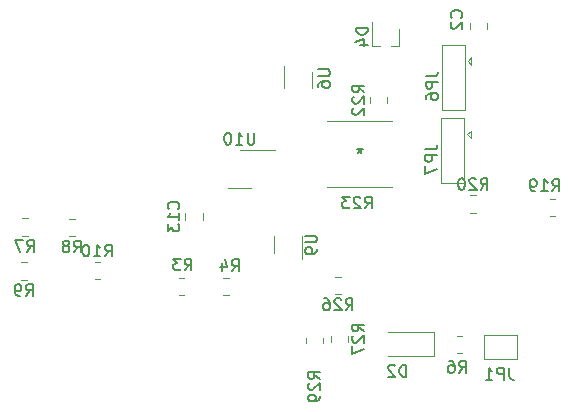
<source format=gbr>
%TF.GenerationSoftware,KiCad,Pcbnew,6.0.11-2627ca5db0~126~ubuntu22.04.1*%
%TF.CreationDate,2023-03-03T15:37:04-05:00*%
%TF.ProjectId,lin-fan-control,6c696e2d-6661-46e2-9d63-6f6e74726f6c,1.0*%
%TF.SameCoordinates,Original*%
%TF.FileFunction,Legend,Bot*%
%TF.FilePolarity,Positive*%
%FSLAX46Y46*%
G04 Gerber Fmt 4.6, Leading zero omitted, Abs format (unit mm)*
G04 Created by KiCad (PCBNEW 6.0.11-2627ca5db0~126~ubuntu22.04.1) date 2023-03-03 15:37:04*
%MOMM*%
%LPD*%
G01*
G04 APERTURE LIST*
%ADD10C,0.150000*%
%ADD11C,0.120000*%
G04 APERTURE END LIST*
D10*
%TO.C,R6*%
X220146666Y-97062380D02*
X220480000Y-96586190D01*
X220718095Y-97062380D02*
X220718095Y-96062380D01*
X220337142Y-96062380D01*
X220241904Y-96110000D01*
X220194285Y-96157619D01*
X220146666Y-96252857D01*
X220146666Y-96395714D01*
X220194285Y-96490952D01*
X220241904Y-96538571D01*
X220337142Y-96586190D01*
X220718095Y-96586190D01*
X219289523Y-96062380D02*
X219480000Y-96062380D01*
X219575238Y-96110000D01*
X219622857Y-96157619D01*
X219718095Y-96300476D01*
X219765714Y-96490952D01*
X219765714Y-96871904D01*
X219718095Y-96967142D01*
X219670476Y-97014761D01*
X219575238Y-97062380D01*
X219384761Y-97062380D01*
X219289523Y-97014761D01*
X219241904Y-96967142D01*
X219194285Y-96871904D01*
X219194285Y-96633809D01*
X219241904Y-96538571D01*
X219289523Y-96490952D01*
X219384761Y-96443333D01*
X219575238Y-96443333D01*
X219670476Y-96490952D01*
X219718095Y-96538571D01*
X219765714Y-96633809D01*
%TO.C,JP1*%
X224403333Y-96642380D02*
X224403333Y-97356666D01*
X224450952Y-97499523D01*
X224546190Y-97594761D01*
X224689047Y-97642380D01*
X224784285Y-97642380D01*
X223927142Y-97642380D02*
X223927142Y-96642380D01*
X223546190Y-96642380D01*
X223450952Y-96690000D01*
X223403333Y-96737619D01*
X223355714Y-96832857D01*
X223355714Y-96975714D01*
X223403333Y-97070952D01*
X223450952Y-97118571D01*
X223546190Y-97166190D01*
X223927142Y-97166190D01*
X222403333Y-97642380D02*
X222974761Y-97642380D01*
X222689047Y-97642380D02*
X222689047Y-96642380D01*
X222784285Y-96785238D01*
X222879523Y-96880476D01*
X222974761Y-96928095D01*
%TO.C,D2*%
X215668095Y-97402380D02*
X215668095Y-96402380D01*
X215430000Y-96402380D01*
X215287142Y-96450000D01*
X215191904Y-96545238D01*
X215144285Y-96640476D01*
X215096666Y-96830952D01*
X215096666Y-96973809D01*
X215144285Y-97164285D01*
X215191904Y-97259523D01*
X215287142Y-97354761D01*
X215430000Y-97402380D01*
X215668095Y-97402380D01*
X214715714Y-96497619D02*
X214668095Y-96450000D01*
X214572857Y-96402380D01*
X214334761Y-96402380D01*
X214239523Y-96450000D01*
X214191904Y-96497619D01*
X214144285Y-96592857D01*
X214144285Y-96688095D01*
X214191904Y-96830952D01*
X214763333Y-97402380D01*
X214144285Y-97402380D01*
%TO.C,R26*%
X210542857Y-91777380D02*
X210876190Y-91301190D01*
X211114285Y-91777380D02*
X211114285Y-90777380D01*
X210733333Y-90777380D01*
X210638095Y-90825000D01*
X210590476Y-90872619D01*
X210542857Y-90967857D01*
X210542857Y-91110714D01*
X210590476Y-91205952D01*
X210638095Y-91253571D01*
X210733333Y-91301190D01*
X211114285Y-91301190D01*
X210161904Y-90872619D02*
X210114285Y-90825000D01*
X210019047Y-90777380D01*
X209780952Y-90777380D01*
X209685714Y-90825000D01*
X209638095Y-90872619D01*
X209590476Y-90967857D01*
X209590476Y-91063095D01*
X209638095Y-91205952D01*
X210209523Y-91777380D01*
X209590476Y-91777380D01*
X208733333Y-90777380D02*
X208923809Y-90777380D01*
X209019047Y-90825000D01*
X209066666Y-90872619D01*
X209161904Y-91015476D01*
X209209523Y-91205952D01*
X209209523Y-91586904D01*
X209161904Y-91682142D01*
X209114285Y-91729761D01*
X209019047Y-91777380D01*
X208828571Y-91777380D01*
X208733333Y-91729761D01*
X208685714Y-91682142D01*
X208638095Y-91586904D01*
X208638095Y-91348809D01*
X208685714Y-91253571D01*
X208733333Y-91205952D01*
X208828571Y-91158333D01*
X209019047Y-91158333D01*
X209114285Y-91205952D01*
X209161904Y-91253571D01*
X209209523Y-91348809D01*
%TO.C,U9*%
X207102380Y-85458095D02*
X207911904Y-85458095D01*
X208007142Y-85505714D01*
X208054761Y-85553333D01*
X208102380Y-85648571D01*
X208102380Y-85839047D01*
X208054761Y-85934285D01*
X208007142Y-85981904D01*
X207911904Y-86029523D01*
X207102380Y-86029523D01*
X208102380Y-86553333D02*
X208102380Y-86743809D01*
X208054761Y-86839047D01*
X208007142Y-86886666D01*
X207864285Y-86981904D01*
X207673809Y-87029523D01*
X207292857Y-87029523D01*
X207197619Y-86981904D01*
X207150000Y-86934285D01*
X207102380Y-86839047D01*
X207102380Y-86648571D01*
X207150000Y-86553333D01*
X207197619Y-86505714D01*
X207292857Y-86458095D01*
X207530952Y-86458095D01*
X207626190Y-86505714D01*
X207673809Y-86553333D01*
X207721428Y-86648571D01*
X207721428Y-86839047D01*
X207673809Y-86934285D01*
X207626190Y-86981904D01*
X207530952Y-87029523D01*
%TO.C,D4*%
X212427380Y-67861904D02*
X211427380Y-67861904D01*
X211427380Y-68100000D01*
X211475000Y-68242857D01*
X211570238Y-68338095D01*
X211665476Y-68385714D01*
X211855952Y-68433333D01*
X211998809Y-68433333D01*
X212189285Y-68385714D01*
X212284523Y-68338095D01*
X212379761Y-68242857D01*
X212427380Y-68100000D01*
X212427380Y-67861904D01*
X211760714Y-69290476D02*
X212427380Y-69290476D01*
X211379761Y-69052380D02*
X212094047Y-68814285D01*
X212094047Y-69433333D01*
%TO.C,JP7*%
X217302380Y-78166666D02*
X218016666Y-78166666D01*
X218159523Y-78119047D01*
X218254761Y-78023809D01*
X218302380Y-77880952D01*
X218302380Y-77785714D01*
X218302380Y-78642857D02*
X217302380Y-78642857D01*
X217302380Y-79023809D01*
X217350000Y-79119047D01*
X217397619Y-79166666D01*
X217492857Y-79214285D01*
X217635714Y-79214285D01*
X217730952Y-79166666D01*
X217778571Y-79119047D01*
X217826190Y-79023809D01*
X217826190Y-78642857D01*
X217302380Y-79547619D02*
X217302380Y-80214285D01*
X218302380Y-79785714D01*
%TO.C,R3*%
X196916666Y-88402380D02*
X197250000Y-87926190D01*
X197488095Y-88402380D02*
X197488095Y-87402380D01*
X197107142Y-87402380D01*
X197011904Y-87450000D01*
X196964285Y-87497619D01*
X196916666Y-87592857D01*
X196916666Y-87735714D01*
X196964285Y-87830952D01*
X197011904Y-87878571D01*
X197107142Y-87926190D01*
X197488095Y-87926190D01*
X196583333Y-87402380D02*
X195964285Y-87402380D01*
X196297619Y-87783333D01*
X196154761Y-87783333D01*
X196059523Y-87830952D01*
X196011904Y-87878571D01*
X195964285Y-87973809D01*
X195964285Y-88211904D01*
X196011904Y-88307142D01*
X196059523Y-88354761D01*
X196154761Y-88402380D01*
X196440476Y-88402380D01*
X196535714Y-88354761D01*
X196583333Y-88307142D01*
%TO.C,R7*%
X183566666Y-86827380D02*
X183900000Y-86351190D01*
X184138095Y-86827380D02*
X184138095Y-85827380D01*
X183757142Y-85827380D01*
X183661904Y-85875000D01*
X183614285Y-85922619D01*
X183566666Y-86017857D01*
X183566666Y-86160714D01*
X183614285Y-86255952D01*
X183661904Y-86303571D01*
X183757142Y-86351190D01*
X184138095Y-86351190D01*
X183233333Y-85827380D02*
X182566666Y-85827380D01*
X182995238Y-86827380D01*
%TO.C,R4*%
X200916666Y-88477380D02*
X201250000Y-88001190D01*
X201488095Y-88477380D02*
X201488095Y-87477380D01*
X201107142Y-87477380D01*
X201011904Y-87525000D01*
X200964285Y-87572619D01*
X200916666Y-87667857D01*
X200916666Y-87810714D01*
X200964285Y-87905952D01*
X201011904Y-87953571D01*
X201107142Y-88001190D01*
X201488095Y-88001190D01*
X200059523Y-87810714D02*
X200059523Y-88477380D01*
X200297619Y-87429761D02*
X200535714Y-88144047D01*
X199916666Y-88144047D01*
%TO.C,R20*%
X221967857Y-81577380D02*
X222301190Y-81101190D01*
X222539285Y-81577380D02*
X222539285Y-80577380D01*
X222158333Y-80577380D01*
X222063095Y-80625000D01*
X222015476Y-80672619D01*
X221967857Y-80767857D01*
X221967857Y-80910714D01*
X222015476Y-81005952D01*
X222063095Y-81053571D01*
X222158333Y-81101190D01*
X222539285Y-81101190D01*
X221586904Y-80672619D02*
X221539285Y-80625000D01*
X221444047Y-80577380D01*
X221205952Y-80577380D01*
X221110714Y-80625000D01*
X221063095Y-80672619D01*
X221015476Y-80767857D01*
X221015476Y-80863095D01*
X221063095Y-81005952D01*
X221634523Y-81577380D01*
X221015476Y-81577380D01*
X220396428Y-80577380D02*
X220301190Y-80577380D01*
X220205952Y-80625000D01*
X220158333Y-80672619D01*
X220110714Y-80767857D01*
X220063095Y-80958333D01*
X220063095Y-81196428D01*
X220110714Y-81386904D01*
X220158333Y-81482142D01*
X220205952Y-81529761D01*
X220301190Y-81577380D01*
X220396428Y-81577380D01*
X220491666Y-81529761D01*
X220539285Y-81482142D01*
X220586904Y-81386904D01*
X220634523Y-81196428D01*
X220634523Y-80958333D01*
X220586904Y-80767857D01*
X220539285Y-80672619D01*
X220491666Y-80625000D01*
X220396428Y-80577380D01*
%TO.C,C2*%
X220332142Y-67008333D02*
X220379761Y-66960714D01*
X220427380Y-66817857D01*
X220427380Y-66722619D01*
X220379761Y-66579761D01*
X220284523Y-66484523D01*
X220189285Y-66436904D01*
X219998809Y-66389285D01*
X219855952Y-66389285D01*
X219665476Y-66436904D01*
X219570238Y-66484523D01*
X219475000Y-66579761D01*
X219427380Y-66722619D01*
X219427380Y-66817857D01*
X219475000Y-66960714D01*
X219522619Y-67008333D01*
X219522619Y-67389285D02*
X219475000Y-67436904D01*
X219427380Y-67532142D01*
X219427380Y-67770238D01*
X219475000Y-67865476D01*
X219522619Y-67913095D01*
X219617857Y-67960714D01*
X219713095Y-67960714D01*
X219855952Y-67913095D01*
X220427380Y-67341666D01*
X220427380Y-67960714D01*
%TO.C,R8*%
X187541666Y-86877380D02*
X187875000Y-86401190D01*
X188113095Y-86877380D02*
X188113095Y-85877380D01*
X187732142Y-85877380D01*
X187636904Y-85925000D01*
X187589285Y-85972619D01*
X187541666Y-86067857D01*
X187541666Y-86210714D01*
X187589285Y-86305952D01*
X187636904Y-86353571D01*
X187732142Y-86401190D01*
X188113095Y-86401190D01*
X186970238Y-86305952D02*
X187065476Y-86258333D01*
X187113095Y-86210714D01*
X187160714Y-86115476D01*
X187160714Y-86067857D01*
X187113095Y-85972619D01*
X187065476Y-85925000D01*
X186970238Y-85877380D01*
X186779761Y-85877380D01*
X186684523Y-85925000D01*
X186636904Y-85972619D01*
X186589285Y-86067857D01*
X186589285Y-86115476D01*
X186636904Y-86210714D01*
X186684523Y-86258333D01*
X186779761Y-86305952D01*
X186970238Y-86305952D01*
X187065476Y-86353571D01*
X187113095Y-86401190D01*
X187160714Y-86496428D01*
X187160714Y-86686904D01*
X187113095Y-86782142D01*
X187065476Y-86829761D01*
X186970238Y-86877380D01*
X186779761Y-86877380D01*
X186684523Y-86829761D01*
X186636904Y-86782142D01*
X186589285Y-86686904D01*
X186589285Y-86496428D01*
X186636904Y-86401190D01*
X186684523Y-86353571D01*
X186779761Y-86305952D01*
%TO.C,U10*%
X202813095Y-76752380D02*
X202813095Y-77561904D01*
X202765476Y-77657142D01*
X202717857Y-77704761D01*
X202622619Y-77752380D01*
X202432142Y-77752380D01*
X202336904Y-77704761D01*
X202289285Y-77657142D01*
X202241666Y-77561904D01*
X202241666Y-76752380D01*
X201241666Y-77752380D02*
X201813095Y-77752380D01*
X201527380Y-77752380D02*
X201527380Y-76752380D01*
X201622619Y-76895238D01*
X201717857Y-76990476D01*
X201813095Y-77038095D01*
X200622619Y-76752380D02*
X200527380Y-76752380D01*
X200432142Y-76800000D01*
X200384523Y-76847619D01*
X200336904Y-76942857D01*
X200289285Y-77133333D01*
X200289285Y-77371428D01*
X200336904Y-77561904D01*
X200384523Y-77657142D01*
X200432142Y-77704761D01*
X200527380Y-77752380D01*
X200622619Y-77752380D01*
X200717857Y-77704761D01*
X200765476Y-77657142D01*
X200813095Y-77561904D01*
X200860714Y-77371428D01*
X200860714Y-77133333D01*
X200813095Y-76942857D01*
X200765476Y-76847619D01*
X200717857Y-76800000D01*
X200622619Y-76752380D01*
%TO.C,JP6*%
X217352380Y-71966666D02*
X218066666Y-71966666D01*
X218209523Y-71919047D01*
X218304761Y-71823809D01*
X218352380Y-71680952D01*
X218352380Y-71585714D01*
X218352380Y-72442857D02*
X217352380Y-72442857D01*
X217352380Y-72823809D01*
X217400000Y-72919047D01*
X217447619Y-72966666D01*
X217542857Y-73014285D01*
X217685714Y-73014285D01*
X217780952Y-72966666D01*
X217828571Y-72919047D01*
X217876190Y-72823809D01*
X217876190Y-72442857D01*
X217352380Y-73871428D02*
X217352380Y-73680952D01*
X217400000Y-73585714D01*
X217447619Y-73538095D01*
X217590476Y-73442857D01*
X217780952Y-73395238D01*
X218161904Y-73395238D01*
X218257142Y-73442857D01*
X218304761Y-73490476D01*
X218352380Y-73585714D01*
X218352380Y-73776190D01*
X218304761Y-73871428D01*
X218257142Y-73919047D01*
X218161904Y-73966666D01*
X217923809Y-73966666D01*
X217828571Y-73919047D01*
X217780952Y-73871428D01*
X217733333Y-73776190D01*
X217733333Y-73585714D01*
X217780952Y-73490476D01*
X217828571Y-73442857D01*
X217923809Y-73395238D01*
%TO.C,R9*%
X183466666Y-90552380D02*
X183800000Y-90076190D01*
X184038095Y-90552380D02*
X184038095Y-89552380D01*
X183657142Y-89552380D01*
X183561904Y-89600000D01*
X183514285Y-89647619D01*
X183466666Y-89742857D01*
X183466666Y-89885714D01*
X183514285Y-89980952D01*
X183561904Y-90028571D01*
X183657142Y-90076190D01*
X184038095Y-90076190D01*
X182990476Y-90552380D02*
X182800000Y-90552380D01*
X182704761Y-90504761D01*
X182657142Y-90457142D01*
X182561904Y-90314285D01*
X182514285Y-90123809D01*
X182514285Y-89742857D01*
X182561904Y-89647619D01*
X182609523Y-89600000D01*
X182704761Y-89552380D01*
X182895238Y-89552380D01*
X182990476Y-89600000D01*
X183038095Y-89647619D01*
X183085714Y-89742857D01*
X183085714Y-89980952D01*
X183038095Y-90076190D01*
X182990476Y-90123809D01*
X182895238Y-90171428D01*
X182704761Y-90171428D01*
X182609523Y-90123809D01*
X182561904Y-90076190D01*
X182514285Y-89980952D01*
%TO.C,R23*%
X212165757Y-83152380D02*
X212499090Y-82676190D01*
X212737185Y-83152380D02*
X212737185Y-82152380D01*
X212356233Y-82152380D01*
X212260995Y-82200000D01*
X212213376Y-82247619D01*
X212165757Y-82342857D01*
X212165757Y-82485714D01*
X212213376Y-82580952D01*
X212260995Y-82628571D01*
X212356233Y-82676190D01*
X212737185Y-82676190D01*
X211784804Y-82247619D02*
X211737185Y-82200000D01*
X211641947Y-82152380D01*
X211403852Y-82152380D01*
X211308614Y-82200000D01*
X211260995Y-82247619D01*
X211213376Y-82342857D01*
X211213376Y-82438095D01*
X211260995Y-82580952D01*
X211832423Y-83152380D01*
X211213376Y-83152380D01*
X210880042Y-82152380D02*
X210260995Y-82152380D01*
X210594328Y-82533333D01*
X210451471Y-82533333D01*
X210356233Y-82580952D01*
X210308614Y-82628571D01*
X210260995Y-82723809D01*
X210260995Y-82961904D01*
X210308614Y-83057142D01*
X210356233Y-83104761D01*
X210451471Y-83152380D01*
X210737185Y-83152380D01*
X210832423Y-83104761D01*
X210880042Y-83057142D01*
X211742300Y-78002380D02*
X211742300Y-78240476D01*
X211980395Y-78145238D02*
X211742300Y-78240476D01*
X211504204Y-78145238D01*
X211885157Y-78430952D02*
X211742300Y-78240476D01*
X211599442Y-78430952D01*
%TO.C,R19*%
X228042857Y-81702380D02*
X228376190Y-81226190D01*
X228614285Y-81702380D02*
X228614285Y-80702380D01*
X228233333Y-80702380D01*
X228138095Y-80750000D01*
X228090476Y-80797619D01*
X228042857Y-80892857D01*
X228042857Y-81035714D01*
X228090476Y-81130952D01*
X228138095Y-81178571D01*
X228233333Y-81226190D01*
X228614285Y-81226190D01*
X227090476Y-81702380D02*
X227661904Y-81702380D01*
X227376190Y-81702380D02*
X227376190Y-80702380D01*
X227471428Y-80845238D01*
X227566666Y-80940476D01*
X227661904Y-80988095D01*
X226614285Y-81702380D02*
X226423809Y-81702380D01*
X226328571Y-81654761D01*
X226280952Y-81607142D01*
X226185714Y-81464285D01*
X226138095Y-81273809D01*
X226138095Y-80892857D01*
X226185714Y-80797619D01*
X226233333Y-80750000D01*
X226328571Y-80702380D01*
X226519047Y-80702380D01*
X226614285Y-80750000D01*
X226661904Y-80797619D01*
X226709523Y-80892857D01*
X226709523Y-81130952D01*
X226661904Y-81226190D01*
X226614285Y-81273809D01*
X226519047Y-81321428D01*
X226328571Y-81321428D01*
X226233333Y-81273809D01*
X226185714Y-81226190D01*
X226138095Y-81130952D01*
%TO.C,U6*%
X208202380Y-71388095D02*
X209011904Y-71388095D01*
X209107142Y-71435714D01*
X209154761Y-71483333D01*
X209202380Y-71578571D01*
X209202380Y-71769047D01*
X209154761Y-71864285D01*
X209107142Y-71911904D01*
X209011904Y-71959523D01*
X208202380Y-71959523D01*
X208202380Y-72864285D02*
X208202380Y-72673809D01*
X208250000Y-72578571D01*
X208297619Y-72530952D01*
X208440476Y-72435714D01*
X208630952Y-72388095D01*
X209011904Y-72388095D01*
X209107142Y-72435714D01*
X209154761Y-72483333D01*
X209202380Y-72578571D01*
X209202380Y-72769047D01*
X209154761Y-72864285D01*
X209107142Y-72911904D01*
X209011904Y-72959523D01*
X208773809Y-72959523D01*
X208678571Y-72911904D01*
X208630952Y-72864285D01*
X208583333Y-72769047D01*
X208583333Y-72578571D01*
X208630952Y-72483333D01*
X208678571Y-72435714D01*
X208773809Y-72388095D01*
%TO.C,R22*%
X212127380Y-73332142D02*
X211651190Y-72998809D01*
X212127380Y-72760714D02*
X211127380Y-72760714D01*
X211127380Y-73141666D01*
X211175000Y-73236904D01*
X211222619Y-73284523D01*
X211317857Y-73332142D01*
X211460714Y-73332142D01*
X211555952Y-73284523D01*
X211603571Y-73236904D01*
X211651190Y-73141666D01*
X211651190Y-72760714D01*
X211222619Y-73713095D02*
X211175000Y-73760714D01*
X211127380Y-73855952D01*
X211127380Y-74094047D01*
X211175000Y-74189285D01*
X211222619Y-74236904D01*
X211317857Y-74284523D01*
X211413095Y-74284523D01*
X211555952Y-74236904D01*
X212127380Y-73665476D01*
X212127380Y-74284523D01*
X211222619Y-74665476D02*
X211175000Y-74713095D01*
X211127380Y-74808333D01*
X211127380Y-75046428D01*
X211175000Y-75141666D01*
X211222619Y-75189285D01*
X211317857Y-75236904D01*
X211413095Y-75236904D01*
X211555952Y-75189285D01*
X212127380Y-74617857D01*
X212127380Y-75236904D01*
%TO.C,R10*%
X190167857Y-87227380D02*
X190501190Y-86751190D01*
X190739285Y-87227380D02*
X190739285Y-86227380D01*
X190358333Y-86227380D01*
X190263095Y-86275000D01*
X190215476Y-86322619D01*
X190167857Y-86417857D01*
X190167857Y-86560714D01*
X190215476Y-86655952D01*
X190263095Y-86703571D01*
X190358333Y-86751190D01*
X190739285Y-86751190D01*
X189215476Y-87227380D02*
X189786904Y-87227380D01*
X189501190Y-87227380D02*
X189501190Y-86227380D01*
X189596428Y-86370238D01*
X189691666Y-86465476D01*
X189786904Y-86513095D01*
X188596428Y-86227380D02*
X188501190Y-86227380D01*
X188405952Y-86275000D01*
X188358333Y-86322619D01*
X188310714Y-86417857D01*
X188263095Y-86608333D01*
X188263095Y-86846428D01*
X188310714Y-87036904D01*
X188358333Y-87132142D01*
X188405952Y-87179761D01*
X188501190Y-87227380D01*
X188596428Y-87227380D01*
X188691666Y-87179761D01*
X188739285Y-87132142D01*
X188786904Y-87036904D01*
X188834523Y-86846428D01*
X188834523Y-86608333D01*
X188786904Y-86417857D01*
X188739285Y-86322619D01*
X188691666Y-86275000D01*
X188596428Y-86227380D01*
%TO.C,C13*%
X196377142Y-83194642D02*
X196424761Y-83147023D01*
X196472380Y-83004166D01*
X196472380Y-82908928D01*
X196424761Y-82766071D01*
X196329523Y-82670833D01*
X196234285Y-82623214D01*
X196043809Y-82575595D01*
X195900952Y-82575595D01*
X195710476Y-82623214D01*
X195615238Y-82670833D01*
X195520000Y-82766071D01*
X195472380Y-82908928D01*
X195472380Y-83004166D01*
X195520000Y-83147023D01*
X195567619Y-83194642D01*
X196472380Y-84147023D02*
X196472380Y-83575595D01*
X196472380Y-83861309D02*
X195472380Y-83861309D01*
X195615238Y-83766071D01*
X195710476Y-83670833D01*
X195758095Y-83575595D01*
X195472380Y-84480357D02*
X195472380Y-85099404D01*
X195853333Y-84766071D01*
X195853333Y-84908928D01*
X195900952Y-85004166D01*
X195948571Y-85051785D01*
X196043809Y-85099404D01*
X196281904Y-85099404D01*
X196377142Y-85051785D01*
X196424761Y-85004166D01*
X196472380Y-84908928D01*
X196472380Y-84623214D01*
X196424761Y-84527976D01*
X196377142Y-84480357D01*
%TO.C,R29*%
X208377380Y-97582142D02*
X207901190Y-97248809D01*
X208377380Y-97010714D02*
X207377380Y-97010714D01*
X207377380Y-97391666D01*
X207425000Y-97486904D01*
X207472619Y-97534523D01*
X207567857Y-97582142D01*
X207710714Y-97582142D01*
X207805952Y-97534523D01*
X207853571Y-97486904D01*
X207901190Y-97391666D01*
X207901190Y-97010714D01*
X207472619Y-97963095D02*
X207425000Y-98010714D01*
X207377380Y-98105952D01*
X207377380Y-98344047D01*
X207425000Y-98439285D01*
X207472619Y-98486904D01*
X207567857Y-98534523D01*
X207663095Y-98534523D01*
X207805952Y-98486904D01*
X208377380Y-97915476D01*
X208377380Y-98534523D01*
X208377380Y-99010714D02*
X208377380Y-99201190D01*
X208329761Y-99296428D01*
X208282142Y-99344047D01*
X208139285Y-99439285D01*
X207948809Y-99486904D01*
X207567857Y-99486904D01*
X207472619Y-99439285D01*
X207425000Y-99391666D01*
X207377380Y-99296428D01*
X207377380Y-99105952D01*
X207425000Y-99010714D01*
X207472619Y-98963095D01*
X207567857Y-98915476D01*
X207805952Y-98915476D01*
X207901190Y-98963095D01*
X207948809Y-99010714D01*
X207996428Y-99105952D01*
X207996428Y-99296428D01*
X207948809Y-99391666D01*
X207901190Y-99439285D01*
X207805952Y-99486904D01*
%TO.C,R27*%
X212102380Y-93557142D02*
X211626190Y-93223809D01*
X212102380Y-92985714D02*
X211102380Y-92985714D01*
X211102380Y-93366666D01*
X211150000Y-93461904D01*
X211197619Y-93509523D01*
X211292857Y-93557142D01*
X211435714Y-93557142D01*
X211530952Y-93509523D01*
X211578571Y-93461904D01*
X211626190Y-93366666D01*
X211626190Y-92985714D01*
X211197619Y-93938095D02*
X211150000Y-93985714D01*
X211102380Y-94080952D01*
X211102380Y-94319047D01*
X211150000Y-94414285D01*
X211197619Y-94461904D01*
X211292857Y-94509523D01*
X211388095Y-94509523D01*
X211530952Y-94461904D01*
X212102380Y-93890476D01*
X212102380Y-94509523D01*
X211102380Y-94842857D02*
X211102380Y-95509523D01*
X212102380Y-95080952D01*
D11*
%TO.C,R6*%
X219972936Y-93965000D02*
X220427064Y-93965000D01*
X219972936Y-95435000D02*
X220427064Y-95435000D01*
%TO.C,JP1*%
X225065000Y-95900000D02*
X225065000Y-93900000D01*
X222265000Y-93900000D02*
X222265000Y-95900000D01*
X222265000Y-95900000D02*
X225065000Y-95900000D01*
X225065000Y-93900000D02*
X222265000Y-93900000D01*
%TO.C,D2*%
X218000000Y-93620000D02*
X218000000Y-95620000D01*
X218000000Y-93620000D02*
X214100000Y-93620000D01*
X218000000Y-95620000D02*
X214100000Y-95620000D01*
%TO.C,R26*%
X209672936Y-88940000D02*
X210127064Y-88940000D01*
X209672936Y-90410000D02*
X210127064Y-90410000D01*
%TO.C,U9*%
X204490000Y-86920000D02*
X204490000Y-85520000D01*
X206810000Y-85520000D02*
X206810000Y-87420000D01*
%TO.C,D4*%
X212765000Y-69380000D02*
X212765000Y-67350000D01*
X215085000Y-67970000D02*
X215085000Y-69380000D01*
X214425000Y-69380000D02*
X215085000Y-69380000D01*
X212765000Y-69380000D02*
X213425000Y-69380000D01*
%TO.C,JP7*%
X220825000Y-76875000D02*
X221125000Y-76575000D01*
X220575000Y-75525000D02*
X218625000Y-75525000D01*
X218625000Y-75525000D02*
X218625000Y-81025000D01*
X218625000Y-81025000D02*
X220575000Y-81025000D01*
X221125000Y-76575000D02*
X221125000Y-77175000D01*
X220575000Y-81025000D02*
X220575000Y-75525000D01*
X221125000Y-77175000D02*
X220825000Y-76875000D01*
%TO.C,R3*%
X196422936Y-89015000D02*
X196877064Y-89015000D01*
X196422936Y-90485000D02*
X196877064Y-90485000D01*
%TO.C,R7*%
X183172936Y-83990000D02*
X183627064Y-83990000D01*
X183172936Y-85460000D02*
X183627064Y-85460000D01*
%TO.C,R4*%
X200652064Y-89015000D02*
X200197936Y-89015000D01*
X200652064Y-90485000D02*
X200197936Y-90485000D01*
%TO.C,R20*%
X221552064Y-83510000D02*
X221097936Y-83510000D01*
X221552064Y-82040000D02*
X221097936Y-82040000D01*
%TO.C,C2*%
X222510000Y-67973752D02*
X222510000Y-67451248D01*
X221040000Y-67973752D02*
X221040000Y-67451248D01*
%TO.C,R8*%
X187147936Y-85510000D02*
X187602064Y-85510000D01*
X187147936Y-84040000D02*
X187602064Y-84040000D01*
%TO.C,U10*%
X201575000Y-78180000D02*
X204575000Y-78180000D01*
X200575000Y-81420000D02*
X202575000Y-81420000D01*
%TO.C,JP6*%
X220875000Y-70675000D02*
X221175000Y-70375000D01*
X218675000Y-69325000D02*
X218675000Y-74825000D01*
X218675000Y-74825000D02*
X220625000Y-74825000D01*
X220625000Y-69325000D02*
X218675000Y-69325000D01*
X221175000Y-70975000D02*
X220875000Y-70675000D01*
X220625000Y-74825000D02*
X220625000Y-69325000D01*
X221175000Y-70375000D02*
X221175000Y-70975000D01*
%TO.C,R9*%
X183072936Y-87715000D02*
X183527064Y-87715000D01*
X183072936Y-89185000D02*
X183527064Y-89185000D01*
%TO.C,R23*%
X214495450Y-81305900D02*
X208989150Y-81305900D01*
X208989150Y-75794100D02*
X214495450Y-75794100D01*
%TO.C,R19*%
X228277064Y-82365000D02*
X227822936Y-82365000D01*
X228277064Y-83835000D02*
X227822936Y-83835000D01*
%TO.C,U6*%
X207685000Y-71575000D02*
X207685000Y-72975000D01*
X205365000Y-72975000D02*
X205365000Y-71075000D01*
%TO.C,R22*%
X214060000Y-73747936D02*
X214060000Y-74202064D01*
X212590000Y-73747936D02*
X212590000Y-74202064D01*
%TO.C,R10*%
X189752064Y-89160000D02*
X189297936Y-89160000D01*
X189752064Y-87690000D02*
X189297936Y-87690000D01*
%TO.C,C13*%
X198435000Y-83576248D02*
X198435000Y-84098752D01*
X196965000Y-83576248D02*
X196965000Y-84098752D01*
%TO.C,R29*%
X208635000Y-94577064D02*
X208635000Y-94122936D01*
X207165000Y-94577064D02*
X207165000Y-94122936D01*
%TO.C,R27*%
X209265000Y-94427064D02*
X209265000Y-93972936D01*
X210735000Y-94427064D02*
X210735000Y-93972936D01*
%TD*%
M02*

</source>
